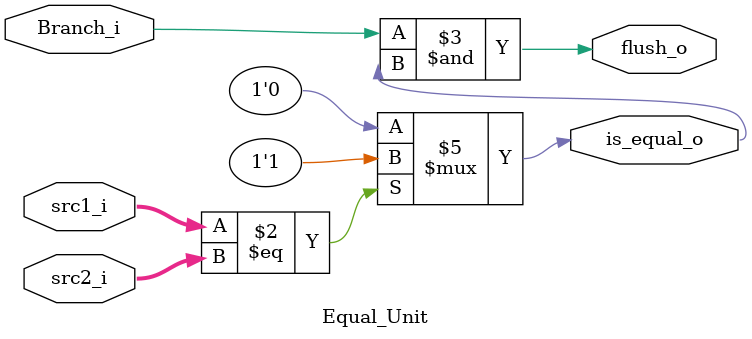
<source format=v>
module Equal_Unit
(
    src1_i,
    src2_i,
    Branch_i,
    is_equal_o,
    flush_o
);

input [31:0] src1_i;
input [31:0] src2_i;
input Branch_i;
output is_equal_o;
output flush_o;

reg is_equal_o;
reg flush_o;

always @(*) begin
    if (src1_i == src2_i) begin
        is_equal_o = 1'b1;
    end
    else begin
        is_equal_o = 1'b0;
    end
    flush_o = Branch_i & is_equal_o;
end

endmodule
</source>
